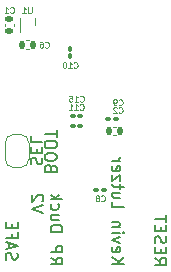
<source format=gbo>
%TF.GenerationSoftware,KiCad,Pcbnew,(6.0.5-0)*%
%TF.CreationDate,2022-06-14T21:43:59-04:00*%
%TF.ProjectId,pico_ducky_pcb,7069636f-5f64-4756-936b-795f7063622e,rev?*%
%TF.SameCoordinates,Original*%
%TF.FileFunction,Legend,Bot*%
%TF.FilePolarity,Positive*%
%FSLAX46Y46*%
G04 Gerber Fmt 4.6, Leading zero omitted, Abs format (unit mm)*
G04 Created by KiCad (PCBNEW (6.0.5-0)) date 2022-06-14 21:43:59*
%MOMM*%
%LPD*%
G01*
G04 APERTURE LIST*
G04 Aperture macros list*
%AMRoundRect*
0 Rectangle with rounded corners*
0 $1 Rounding radius*
0 $2 $3 $4 $5 $6 $7 $8 $9 X,Y pos of 4 corners*
0 Add a 4 corners polygon primitive as box body*
4,1,4,$2,$3,$4,$5,$6,$7,$8,$9,$2,$3,0*
0 Add four circle primitives for the rounded corners*
1,1,$1+$1,$2,$3*
1,1,$1+$1,$4,$5*
1,1,$1+$1,$6,$7*
1,1,$1+$1,$8,$9*
0 Add four rect primitives between the rounded corners*
20,1,$1+$1,$2,$3,$4,$5,0*
20,1,$1+$1,$4,$5,$6,$7,0*
20,1,$1+$1,$6,$7,$8,$9,0*
20,1,$1+$1,$8,$9,$2,$3,0*%
%AMRotRect*
0 Rectangle, with rotation*
0 The origin of the aperture is its center*
0 $1 length*
0 $2 width*
0 $3 Rotation angle, in degrees counterclockwise*
0 Add horizontal line*
21,1,$1,$2,0,0,$3*%
%AMFreePoly0*
4,1,22,0.500000,-0.750000,0.000000,-0.750000,0.000000,-0.745033,-0.079941,-0.743568,-0.215256,-0.701293,-0.333266,-0.622738,-0.424486,-0.514219,-0.481581,-0.384460,-0.499164,-0.250000,-0.500000,-0.250000,-0.500000,0.250000,-0.499164,0.250000,-0.499963,0.256109,-0.478152,0.396186,-0.417904,0.524511,-0.324060,0.630769,-0.204165,0.706417,-0.067858,0.745374,0.000000,0.744959,0.000000,0.750000,
0.500000,0.750000,0.500000,-0.750000,0.500000,-0.750000,$1*%
%AMFreePoly1*
4,1,20,0.000000,0.744959,0.073905,0.744508,0.209726,0.703889,0.328688,0.626782,0.421226,0.519385,0.479903,0.390333,0.500000,0.250000,0.500000,-0.250000,0.499851,-0.262216,0.476331,-0.402017,0.414519,-0.529596,0.319384,-0.634700,0.198574,-0.708877,0.061801,-0.746166,0.000000,-0.745033,0.000000,-0.750000,-0.500000,-0.750000,-0.500000,0.750000,0.000000,0.750000,0.000000,0.744959,
0.000000,0.744959,$1*%
%AMFreePoly2*
4,1,5,0.360000,-0.125000,-0.110000,-0.125000,-0.110000,0.125000,0.110000,0.125000,0.360000,-0.125000,0.360000,-0.125000,$1*%
%AMFreePoly3*
4,1,6,0.290000,0.055000,0.110000,-0.125000,-0.110000,-0.125000,-0.110000,0.125000,0.290000,0.125000,0.290000,0.055000,0.290000,0.055000,$1*%
%AMFreePoly4*
4,1,6,0.110000,-0.125000,-0.110000,-0.125000,-0.290000,0.055000,-0.290000,0.125000,0.110000,0.125000,0.110000,-0.125000,0.110000,-0.125000,$1*%
%AMFreePoly5*
4,1,6,0.110000,-0.125000,-0.290000,-0.125000,-0.290000,-0.055000,-0.110000,0.125000,0.110000,0.125000,0.110000,-0.125000,0.110000,-0.125000,$1*%
G04 Aperture macros list end*
%ADD10C,0.150000*%
%ADD11C,0.100000*%
%ADD12C,0.120000*%
%ADD13C,0.711200*%
%ADD14C,1.900000*%
%ADD15RoundRect,0.140000X0.170000X-0.140000X0.170000X0.140000X-0.170000X0.140000X-0.170000X-0.140000X0*%
%ADD16RoundRect,0.100000X0.130000X0.100000X-0.130000X0.100000X-0.130000X-0.100000X0.130000X-0.100000X0*%
%ADD17FreePoly0,90.000000*%
%ADD18FreePoly1,90.000000*%
%ADD19RoundRect,0.140000X-0.140000X-0.170000X0.140000X-0.170000X0.140000X0.170000X-0.140000X0.170000X0*%
%ADD20RoundRect,0.100000X-0.130000X-0.100000X0.130000X-0.100000X0.130000X0.100000X-0.130000X0.100000X0*%
%ADD21FreePoly2,90.000000*%
%ADD22FreePoly3,90.000000*%
%ADD23FreePoly4,90.000000*%
%ADD24FreePoly5,90.000000*%
%ADD25RotRect,0.480000X0.480000X45.000000*%
%ADD26RoundRect,0.100000X0.100000X-0.130000X0.100000X0.130000X-0.100000X0.130000X-0.100000X-0.130000X0*%
%ADD27RoundRect,0.140000X0.140000X0.170000X-0.140000X0.170000X-0.140000X-0.170000X0.140000X-0.170000X0*%
G04 APERTURE END LIST*
D10*
X82445238Y-58312857D02*
X82397619Y-58170000D01*
X82397619Y-57931904D01*
X82445238Y-57836666D01*
X82492857Y-57789047D01*
X82588095Y-57741428D01*
X82683333Y-57741428D01*
X82778571Y-57789047D01*
X82826190Y-57836666D01*
X82873809Y-57931904D01*
X82921428Y-58122380D01*
X82969047Y-58217619D01*
X83016666Y-58265238D01*
X83111904Y-58312857D01*
X83207142Y-58312857D01*
X83302380Y-58265238D01*
X83350000Y-58217619D01*
X83397619Y-58122380D01*
X83397619Y-57884285D01*
X83350000Y-57741428D01*
X82921428Y-57312857D02*
X82921428Y-56979523D01*
X82397619Y-56836666D02*
X82397619Y-57312857D01*
X83397619Y-57312857D01*
X83397619Y-56836666D01*
X82397619Y-55931904D02*
X82397619Y-56408095D01*
X83397619Y-56408095D01*
X80345238Y-66365238D02*
X80297619Y-66222380D01*
X80297619Y-65984285D01*
X80345238Y-65889047D01*
X80392857Y-65841428D01*
X80488095Y-65793809D01*
X80583333Y-65793809D01*
X80678571Y-65841428D01*
X80726190Y-65889047D01*
X80773809Y-65984285D01*
X80821428Y-66174761D01*
X80869047Y-66270000D01*
X80916666Y-66317619D01*
X81011904Y-66365238D01*
X81107142Y-66365238D01*
X81202380Y-66317619D01*
X81250000Y-66270000D01*
X81297619Y-66174761D01*
X81297619Y-65936666D01*
X81250000Y-65793809D01*
X80583333Y-65412857D02*
X80583333Y-64936666D01*
X80297619Y-65508095D02*
X81297619Y-65174761D01*
X80297619Y-64841428D01*
X80821428Y-64174761D02*
X80821428Y-64508095D01*
X80297619Y-64508095D02*
X81297619Y-64508095D01*
X81297619Y-64031904D01*
X80821428Y-63650952D02*
X80821428Y-63317619D01*
X80297619Y-63174761D02*
X80297619Y-63650952D01*
X81297619Y-63650952D01*
X81297619Y-63174761D01*
X84121428Y-58627142D02*
X84073809Y-58484285D01*
X84026190Y-58436666D01*
X83930952Y-58389047D01*
X83788095Y-58389047D01*
X83692857Y-58436666D01*
X83645238Y-58484285D01*
X83597619Y-58579523D01*
X83597619Y-58960476D01*
X84597619Y-58960476D01*
X84597619Y-58627142D01*
X84550000Y-58531904D01*
X84502380Y-58484285D01*
X84407142Y-58436666D01*
X84311904Y-58436666D01*
X84216666Y-58484285D01*
X84169047Y-58531904D01*
X84121428Y-58627142D01*
X84121428Y-58960476D01*
X84597619Y-57770000D02*
X84597619Y-57579523D01*
X84550000Y-57484285D01*
X84454761Y-57389047D01*
X84264285Y-57341428D01*
X83930952Y-57341428D01*
X83740476Y-57389047D01*
X83645238Y-57484285D01*
X83597619Y-57579523D01*
X83597619Y-57770000D01*
X83645238Y-57865238D01*
X83740476Y-57960476D01*
X83930952Y-58008095D01*
X84264285Y-58008095D01*
X84454761Y-57960476D01*
X84550000Y-57865238D01*
X84597619Y-57770000D01*
X84597619Y-56722380D02*
X84597619Y-56531904D01*
X84550000Y-56436666D01*
X84454761Y-56341428D01*
X84264285Y-56293809D01*
X83930952Y-56293809D01*
X83740476Y-56341428D01*
X83645238Y-56436666D01*
X83597619Y-56531904D01*
X83597619Y-56722380D01*
X83645238Y-56817619D01*
X83740476Y-56912857D01*
X83930952Y-56960476D01*
X84264285Y-56960476D01*
X84454761Y-56912857D01*
X84550000Y-56817619D01*
X84597619Y-56722380D01*
X84597619Y-56008095D02*
X84597619Y-55436666D01*
X83597619Y-55722380D02*
X84597619Y-55722380D01*
X92897619Y-66222380D02*
X93373809Y-66555714D01*
X92897619Y-66793809D02*
X93897619Y-66793809D01*
X93897619Y-66412857D01*
X93850000Y-66317619D01*
X93802380Y-66270000D01*
X93707142Y-66222380D01*
X93564285Y-66222380D01*
X93469047Y-66270000D01*
X93421428Y-66317619D01*
X93373809Y-66412857D01*
X93373809Y-66793809D01*
X93421428Y-65793809D02*
X93421428Y-65460476D01*
X92897619Y-65317619D02*
X92897619Y-65793809D01*
X93897619Y-65793809D01*
X93897619Y-65317619D01*
X92945238Y-64936666D02*
X92897619Y-64793809D01*
X92897619Y-64555714D01*
X92945238Y-64460476D01*
X92992857Y-64412857D01*
X93088095Y-64365238D01*
X93183333Y-64365238D01*
X93278571Y-64412857D01*
X93326190Y-64460476D01*
X93373809Y-64555714D01*
X93421428Y-64746190D01*
X93469047Y-64841428D01*
X93516666Y-64889047D01*
X93611904Y-64936666D01*
X93707142Y-64936666D01*
X93802380Y-64889047D01*
X93850000Y-64841428D01*
X93897619Y-64746190D01*
X93897619Y-64508095D01*
X93850000Y-64365238D01*
X93421428Y-63936666D02*
X93421428Y-63603333D01*
X92897619Y-63460476D02*
X92897619Y-63936666D01*
X93897619Y-63936666D01*
X93897619Y-63460476D01*
X93897619Y-63174761D02*
X93897619Y-62603333D01*
X92897619Y-62889047D02*
X93897619Y-62889047D01*
X84102619Y-66191309D02*
X84578809Y-66524642D01*
X84102619Y-66762738D02*
X85102619Y-66762738D01*
X85102619Y-66381785D01*
X85055000Y-66286547D01*
X85007380Y-66238928D01*
X84912142Y-66191309D01*
X84769285Y-66191309D01*
X84674047Y-66238928D01*
X84626428Y-66286547D01*
X84578809Y-66381785D01*
X84578809Y-66762738D01*
X84102619Y-65762738D02*
X85102619Y-65762738D01*
X85102619Y-65381785D01*
X85055000Y-65286547D01*
X85007380Y-65238928D01*
X84912142Y-65191309D01*
X84769285Y-65191309D01*
X84674047Y-65238928D01*
X84626428Y-65286547D01*
X84578809Y-65381785D01*
X84578809Y-65762738D01*
X84102619Y-64000833D02*
X85102619Y-64000833D01*
X85102619Y-63762738D01*
X85055000Y-63619880D01*
X84959761Y-63524642D01*
X84864523Y-63477023D01*
X84674047Y-63429404D01*
X84531190Y-63429404D01*
X84340714Y-63477023D01*
X84245476Y-63524642D01*
X84150238Y-63619880D01*
X84102619Y-63762738D01*
X84102619Y-64000833D01*
X84769285Y-62572261D02*
X84102619Y-62572261D01*
X84769285Y-63000833D02*
X84245476Y-63000833D01*
X84150238Y-62953214D01*
X84102619Y-62857976D01*
X84102619Y-62715119D01*
X84150238Y-62619880D01*
X84197857Y-62572261D01*
X84150238Y-61667500D02*
X84102619Y-61762738D01*
X84102619Y-61953214D01*
X84150238Y-62048452D01*
X84197857Y-62096071D01*
X84293095Y-62143690D01*
X84578809Y-62143690D01*
X84674047Y-62096071D01*
X84721666Y-62048452D01*
X84769285Y-61953214D01*
X84769285Y-61762738D01*
X84721666Y-61667500D01*
X84102619Y-61238928D02*
X85102619Y-61238928D01*
X84483571Y-61143690D02*
X84102619Y-60857976D01*
X84769285Y-60857976D02*
X84388333Y-61238928D01*
X83492619Y-62381785D02*
X82492619Y-62048452D01*
X83492619Y-61715119D01*
X83397380Y-61429404D02*
X83445000Y-61381785D01*
X83492619Y-61286547D01*
X83492619Y-61048452D01*
X83445000Y-60953214D01*
X83397380Y-60905595D01*
X83302142Y-60857976D01*
X83206904Y-60857976D01*
X83064047Y-60905595D01*
X82492619Y-61477023D01*
X82492619Y-60857976D01*
X89297619Y-66698571D02*
X90297619Y-66698571D01*
X89297619Y-66127142D02*
X89869047Y-66555714D01*
X90297619Y-66127142D02*
X89726190Y-66698571D01*
X89345238Y-65317619D02*
X89297619Y-65412857D01*
X89297619Y-65603333D01*
X89345238Y-65698571D01*
X89440476Y-65746190D01*
X89821428Y-65746190D01*
X89916666Y-65698571D01*
X89964285Y-65603333D01*
X89964285Y-65412857D01*
X89916666Y-65317619D01*
X89821428Y-65269999D01*
X89726190Y-65269999D01*
X89630952Y-65746190D01*
X89964285Y-64936666D02*
X89297619Y-64698571D01*
X89964285Y-64460476D01*
X89297619Y-64079523D02*
X89964285Y-64079523D01*
X90297619Y-64079523D02*
X90250000Y-64127142D01*
X90202380Y-64079523D01*
X90250000Y-64031904D01*
X90297619Y-64079523D01*
X90202380Y-64079523D01*
X89964285Y-63603333D02*
X89297619Y-63603333D01*
X89869047Y-63603333D02*
X89916666Y-63555714D01*
X89964285Y-63460476D01*
X89964285Y-63317619D01*
X89916666Y-63222380D01*
X89821428Y-63174761D01*
X89297619Y-63174761D01*
X89297619Y-61460476D02*
X89297619Y-61936666D01*
X90297619Y-61936666D01*
X89964285Y-60698571D02*
X89297619Y-60698571D01*
X89964285Y-61127142D02*
X89440476Y-61127142D01*
X89345238Y-61079523D01*
X89297619Y-60984285D01*
X89297619Y-60841428D01*
X89345238Y-60746190D01*
X89392857Y-60698571D01*
X89964285Y-60365238D02*
X89964285Y-59984285D01*
X90297619Y-60222380D02*
X89440476Y-60222380D01*
X89345238Y-60174761D01*
X89297619Y-60079523D01*
X89297619Y-59984285D01*
X89964285Y-59746190D02*
X89964285Y-59222380D01*
X89297619Y-59746190D01*
X89297619Y-59222380D01*
X89345238Y-58460476D02*
X89297619Y-58555714D01*
X89297619Y-58746190D01*
X89345238Y-58841428D01*
X89440476Y-58889047D01*
X89821428Y-58889047D01*
X89916666Y-58841428D01*
X89964285Y-58746190D01*
X89964285Y-58555714D01*
X89916666Y-58460476D01*
X89821428Y-58412857D01*
X89726190Y-58412857D01*
X89630952Y-58889047D01*
X89297619Y-57984285D02*
X89964285Y-57984285D01*
X89773809Y-57984285D02*
X89869047Y-57936666D01*
X89916666Y-57889047D01*
X89964285Y-57793809D01*
X89964285Y-57698571D01*
D11*
%TO.C,C1*%
X80683333Y-45438571D02*
X80707142Y-45462380D01*
X80778571Y-45486190D01*
X80826190Y-45486190D01*
X80897619Y-45462380D01*
X80945238Y-45414761D01*
X80969047Y-45367142D01*
X80992857Y-45271904D01*
X80992857Y-45200476D01*
X80969047Y-45105238D01*
X80945238Y-45057619D01*
X80897619Y-45010000D01*
X80826190Y-44986190D01*
X80778571Y-44986190D01*
X80707142Y-45010000D01*
X80683333Y-45033809D01*
X80207142Y-45486190D02*
X80492857Y-45486190D01*
X80350000Y-45486190D02*
X80350000Y-44986190D01*
X80397619Y-45057619D01*
X80445238Y-45105238D01*
X80492857Y-45129047D01*
%TO.C,C8*%
X88383333Y-61378571D02*
X88407142Y-61402380D01*
X88478571Y-61426190D01*
X88526190Y-61426190D01*
X88597619Y-61402380D01*
X88645238Y-61354761D01*
X88669047Y-61307142D01*
X88692857Y-61211904D01*
X88692857Y-61140476D01*
X88669047Y-61045238D01*
X88645238Y-60997619D01*
X88597619Y-60950000D01*
X88526190Y-60926190D01*
X88478571Y-60926190D01*
X88407142Y-60950000D01*
X88383333Y-60973809D01*
X88097619Y-61140476D02*
X88145238Y-61116666D01*
X88169047Y-61092857D01*
X88192857Y-61045238D01*
X88192857Y-61021428D01*
X88169047Y-60973809D01*
X88145238Y-60950000D01*
X88097619Y-60926190D01*
X88002380Y-60926190D01*
X87954761Y-60950000D01*
X87930952Y-60973809D01*
X87907142Y-61021428D01*
X87907142Y-61045238D01*
X87930952Y-61092857D01*
X87954761Y-61116666D01*
X88002380Y-61140476D01*
X88097619Y-61140476D01*
X88145238Y-61164285D01*
X88169047Y-61188095D01*
X88192857Y-61235714D01*
X88192857Y-61330952D01*
X88169047Y-61378571D01*
X88145238Y-61402380D01*
X88097619Y-61426190D01*
X88002380Y-61426190D01*
X87954761Y-61402380D01*
X87930952Y-61378571D01*
X87907142Y-61330952D01*
X87907142Y-61235714D01*
X87930952Y-61188095D01*
X87954761Y-61164285D01*
X88002380Y-61140476D01*
%TO.C,C6*%
X83633333Y-48378571D02*
X83657142Y-48402380D01*
X83728571Y-48426190D01*
X83776190Y-48426190D01*
X83847619Y-48402380D01*
X83895238Y-48354761D01*
X83919047Y-48307142D01*
X83942857Y-48211904D01*
X83942857Y-48140476D01*
X83919047Y-48045238D01*
X83895238Y-47997619D01*
X83847619Y-47950000D01*
X83776190Y-47926190D01*
X83728571Y-47926190D01*
X83657142Y-47950000D01*
X83633333Y-47973809D01*
X83204761Y-47926190D02*
X83300000Y-47926190D01*
X83347619Y-47950000D01*
X83371428Y-47973809D01*
X83419047Y-48045238D01*
X83442857Y-48140476D01*
X83442857Y-48330952D01*
X83419047Y-48378571D01*
X83395238Y-48402380D01*
X83347619Y-48426190D01*
X83252380Y-48426190D01*
X83204761Y-48402380D01*
X83180952Y-48378571D01*
X83157142Y-48330952D01*
X83157142Y-48211904D01*
X83180952Y-48164285D01*
X83204761Y-48140476D01*
X83252380Y-48116666D01*
X83347619Y-48116666D01*
X83395238Y-48140476D01*
X83419047Y-48164285D01*
X83442857Y-48211904D01*
%TO.C,C15*%
X86601428Y-52948571D02*
X86625238Y-52972380D01*
X86696666Y-52996190D01*
X86744285Y-52996190D01*
X86815714Y-52972380D01*
X86863333Y-52924761D01*
X86887142Y-52877142D01*
X86910952Y-52781904D01*
X86910952Y-52710476D01*
X86887142Y-52615238D01*
X86863333Y-52567619D01*
X86815714Y-52520000D01*
X86744285Y-52496190D01*
X86696666Y-52496190D01*
X86625238Y-52520000D01*
X86601428Y-52543809D01*
X86125238Y-52996190D02*
X86410952Y-52996190D01*
X86268095Y-52996190D02*
X86268095Y-52496190D01*
X86315714Y-52567619D01*
X86363333Y-52615238D01*
X86410952Y-52639047D01*
X85672857Y-52496190D02*
X85910952Y-52496190D01*
X85934761Y-52734285D01*
X85910952Y-52710476D01*
X85863333Y-52686666D01*
X85744285Y-52686666D01*
X85696666Y-52710476D01*
X85672857Y-52734285D01*
X85649047Y-52781904D01*
X85649047Y-52900952D01*
X85672857Y-52948571D01*
X85696666Y-52972380D01*
X85744285Y-52996190D01*
X85863333Y-52996190D01*
X85910952Y-52972380D01*
X85934761Y-52948571D01*
%TO.C,U1*%
X82480952Y-44996190D02*
X82480952Y-45400952D01*
X82457142Y-45448571D01*
X82433333Y-45472380D01*
X82385714Y-45496190D01*
X82290476Y-45496190D01*
X82242857Y-45472380D01*
X82219047Y-45448571D01*
X82195238Y-45400952D01*
X82195238Y-44996190D01*
X81695238Y-45496190D02*
X81980952Y-45496190D01*
X81838095Y-45496190D02*
X81838095Y-44996190D01*
X81885714Y-45067619D01*
X81933333Y-45115238D01*
X81980952Y-45139047D01*
%TO.C,C9*%
X89883333Y-53248571D02*
X89907142Y-53272380D01*
X89978571Y-53296190D01*
X90026190Y-53296190D01*
X90097619Y-53272380D01*
X90145238Y-53224761D01*
X90169047Y-53177142D01*
X90192857Y-53081904D01*
X90192857Y-53010476D01*
X90169047Y-52915238D01*
X90145238Y-52867619D01*
X90097619Y-52820000D01*
X90026190Y-52796190D01*
X89978571Y-52796190D01*
X89907142Y-52820000D01*
X89883333Y-52843809D01*
X89645238Y-53296190D02*
X89550000Y-53296190D01*
X89502380Y-53272380D01*
X89478571Y-53248571D01*
X89430952Y-53177142D01*
X89407142Y-53081904D01*
X89407142Y-52891428D01*
X89430952Y-52843809D01*
X89454761Y-52820000D01*
X89502380Y-52796190D01*
X89597619Y-52796190D01*
X89645238Y-52820000D01*
X89669047Y-52843809D01*
X89692857Y-52891428D01*
X89692857Y-53010476D01*
X89669047Y-53058095D01*
X89645238Y-53081904D01*
X89597619Y-53105714D01*
X89502380Y-53105714D01*
X89454761Y-53081904D01*
X89430952Y-53058095D01*
X89407142Y-53010476D01*
%TO.C,C10*%
X86071428Y-50098571D02*
X86095238Y-50122380D01*
X86166666Y-50146190D01*
X86214285Y-50146190D01*
X86285714Y-50122380D01*
X86333333Y-50074761D01*
X86357142Y-50027142D01*
X86380952Y-49931904D01*
X86380952Y-49860476D01*
X86357142Y-49765238D01*
X86333333Y-49717619D01*
X86285714Y-49670000D01*
X86214285Y-49646190D01*
X86166666Y-49646190D01*
X86095238Y-49670000D01*
X86071428Y-49693809D01*
X85595238Y-50146190D02*
X85880952Y-50146190D01*
X85738095Y-50146190D02*
X85738095Y-49646190D01*
X85785714Y-49717619D01*
X85833333Y-49765238D01*
X85880952Y-49789047D01*
X85285714Y-49646190D02*
X85238095Y-49646190D01*
X85190476Y-49670000D01*
X85166666Y-49693809D01*
X85142857Y-49741428D01*
X85119047Y-49836666D01*
X85119047Y-49955714D01*
X85142857Y-50050952D01*
X85166666Y-50098571D01*
X85190476Y-50122380D01*
X85238095Y-50146190D01*
X85285714Y-50146190D01*
X85333333Y-50122380D01*
X85357142Y-50098571D01*
X85380952Y-50050952D01*
X85404761Y-49955714D01*
X85404761Y-49836666D01*
X85380952Y-49741428D01*
X85357142Y-49693809D01*
X85333333Y-49670000D01*
X85285714Y-49646190D01*
%TO.C,C2*%
X89883333Y-53908571D02*
X89907142Y-53932380D01*
X89978571Y-53956190D01*
X90026190Y-53956190D01*
X90097619Y-53932380D01*
X90145238Y-53884761D01*
X90169047Y-53837142D01*
X90192857Y-53741904D01*
X90192857Y-53670476D01*
X90169047Y-53575238D01*
X90145238Y-53527619D01*
X90097619Y-53480000D01*
X90026190Y-53456190D01*
X89978571Y-53456190D01*
X89907142Y-53480000D01*
X89883333Y-53503809D01*
X89692857Y-53503809D02*
X89669047Y-53480000D01*
X89621428Y-53456190D01*
X89502380Y-53456190D01*
X89454761Y-53480000D01*
X89430952Y-53503809D01*
X89407142Y-53551428D01*
X89407142Y-53599047D01*
X89430952Y-53670476D01*
X89716666Y-53956190D01*
X89407142Y-53956190D01*
%TO.C,C11*%
X86591428Y-53648571D02*
X86615238Y-53672380D01*
X86686666Y-53696190D01*
X86734285Y-53696190D01*
X86805714Y-53672380D01*
X86853333Y-53624761D01*
X86877142Y-53577142D01*
X86900952Y-53481904D01*
X86900952Y-53410476D01*
X86877142Y-53315238D01*
X86853333Y-53267619D01*
X86805714Y-53220000D01*
X86734285Y-53196190D01*
X86686666Y-53196190D01*
X86615238Y-53220000D01*
X86591428Y-53243809D01*
X86115238Y-53696190D02*
X86400952Y-53696190D01*
X86258095Y-53696190D02*
X86258095Y-53196190D01*
X86305714Y-53267619D01*
X86353333Y-53315238D01*
X86400952Y-53339047D01*
X85639047Y-53696190D02*
X85924761Y-53696190D01*
X85781904Y-53696190D02*
X85781904Y-53196190D01*
X85829523Y-53267619D01*
X85877142Y-53315238D01*
X85924761Y-53339047D01*
D12*
%TO.C,C1*%
X80240000Y-46607836D02*
X80240000Y-46392164D01*
X80960000Y-46607836D02*
X80960000Y-46392164D01*
%TO.C,JP1*%
X82250000Y-57870000D02*
X82250000Y-56470000D01*
X81550000Y-55770000D02*
X80950000Y-55770000D01*
X80250000Y-56470000D02*
X80250000Y-57870000D01*
X80950000Y-58570000D02*
X81550000Y-58570000D01*
X81550000Y-58570000D02*
G75*
G03*
X82250000Y-57870000I1J699999D01*
G01*
X80950000Y-55770000D02*
G75*
G03*
X80250000Y-56470000I0J-700000D01*
G01*
X82250000Y-56470000D02*
G75*
G03*
X81550000Y-55770000I-700000J0D01*
G01*
X80250000Y-57870000D02*
G75*
G03*
X80950000Y-58570000I699999J-1D01*
G01*
%TO.C,C6*%
X82042164Y-47810000D02*
X82257836Y-47810000D01*
X82042164Y-48530000D02*
X82257836Y-48530000D01*
%TO.C,U1*%
X82780000Y-45890000D02*
X82780000Y-46500000D01*
X81520000Y-45890000D02*
X81520000Y-47110000D01*
%TO.C,C2*%
X89607836Y-55140000D02*
X89392164Y-55140000D01*
X89607836Y-55860000D02*
X89392164Y-55860000D01*
%TD*%
%LPC*%
D13*
%TO.C,SW1*%
X81750000Y-65700001D03*
X81750000Y-63699999D03*
%TD*%
%TO.C,SW2*%
X92250000Y-63699999D03*
X92250000Y-65700001D03*
%TD*%
D14*
%TO.C,J1*%
X84750000Y-42245000D03*
X89250000Y-42245000D03*
%TD*%
D15*
%TO.C,C1*%
X80600000Y-46980000D03*
X80600000Y-46020000D03*
%TD*%
D16*
%TO.C,C8*%
X88620000Y-60500000D03*
X87980000Y-60500000D03*
%TD*%
D17*
%TO.C,JP1*%
X81250000Y-57820000D03*
D18*
X81250000Y-56520000D03*
%TD*%
D19*
%TO.C,C6*%
X81670000Y-48170000D03*
X82630000Y-48170000D03*
%TD*%
D20*
%TO.C,C15*%
X85960000Y-54200000D03*
X86600000Y-54200000D03*
%TD*%
D21*
%TO.C,U1*%
X82475000Y-47040000D03*
D22*
X81825000Y-47040000D03*
D23*
X81825000Y-45960000D03*
D24*
X82475000Y-45960000D03*
D25*
X82150000Y-46500000D03*
%TD*%
D16*
%TO.C,C9*%
X89620000Y-54500000D03*
X88980000Y-54500000D03*
%TD*%
D26*
%TO.C,C10*%
X85750000Y-49140000D03*
X85750000Y-48500000D03*
%TD*%
D27*
%TO.C,C2*%
X89980000Y-55500000D03*
X89020000Y-55500000D03*
%TD*%
D20*
%TO.C,C11*%
X85960000Y-55050000D03*
X86600000Y-55050000D03*
%TD*%
M02*

</source>
